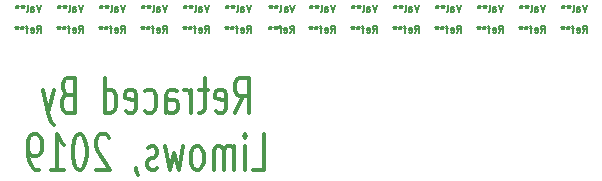
<source format=gbr>
G04 #@! TF.GenerationSoftware,KiCad,Pcbnew,(5.1.4)-1*
G04 #@! TF.CreationDate,2019-11-15T07:05:28+03:00*
G04 #@! TF.ProjectId,ApogeeRom,41706f67-6565-4526-9f6d-2e6b69636164,rev?*
G04 #@! TF.SameCoordinates,Original*
G04 #@! TF.FileFunction,Legend,Bot*
G04 #@! TF.FilePolarity,Positive*
%FSLAX46Y46*%
G04 Gerber Fmt 4.6, Leading zero omitted, Abs format (unit mm)*
G04 Created by KiCad (PCBNEW (5.1.4)-1) date 2019-11-15 07:05:28*
%MOMM*%
%LPD*%
G04 APERTURE LIST*
%ADD10C,0.300000*%
%ADD11C,0.127000*%
G04 APERTURE END LIST*
D10*
X123681190Y-74522142D02*
X124347857Y-73093571D01*
X124824047Y-74522142D02*
X124824047Y-71522142D01*
X124062142Y-71522142D01*
X123871666Y-71665000D01*
X123776428Y-71807857D01*
X123681190Y-72093571D01*
X123681190Y-72522142D01*
X123776428Y-72807857D01*
X123871666Y-72950714D01*
X124062142Y-73093571D01*
X124824047Y-73093571D01*
X122062142Y-74379285D02*
X122252619Y-74522142D01*
X122633571Y-74522142D01*
X122824047Y-74379285D01*
X122919285Y-74093571D01*
X122919285Y-72950714D01*
X122824047Y-72665000D01*
X122633571Y-72522142D01*
X122252619Y-72522142D01*
X122062142Y-72665000D01*
X121966904Y-72950714D01*
X121966904Y-73236428D01*
X122919285Y-73522142D01*
X121395476Y-72522142D02*
X120633571Y-72522142D01*
X121109761Y-71522142D02*
X121109761Y-74093571D01*
X121014523Y-74379285D01*
X120824047Y-74522142D01*
X120633571Y-74522142D01*
X119966904Y-74522142D02*
X119966904Y-72522142D01*
X119966904Y-73093571D02*
X119871666Y-72807857D01*
X119776428Y-72665000D01*
X119585952Y-72522142D01*
X119395476Y-72522142D01*
X117871666Y-74522142D02*
X117871666Y-72950714D01*
X117966904Y-72665000D01*
X118157380Y-72522142D01*
X118538333Y-72522142D01*
X118728809Y-72665000D01*
X117871666Y-74379285D02*
X118062142Y-74522142D01*
X118538333Y-74522142D01*
X118728809Y-74379285D01*
X118824047Y-74093571D01*
X118824047Y-73807857D01*
X118728809Y-73522142D01*
X118538333Y-73379285D01*
X118062142Y-73379285D01*
X117871666Y-73236428D01*
X116062142Y-74379285D02*
X116252619Y-74522142D01*
X116633571Y-74522142D01*
X116824047Y-74379285D01*
X116919285Y-74236428D01*
X117014523Y-73950714D01*
X117014523Y-73093571D01*
X116919285Y-72807857D01*
X116824047Y-72665000D01*
X116633571Y-72522142D01*
X116252619Y-72522142D01*
X116062142Y-72665000D01*
X114443095Y-74379285D02*
X114633571Y-74522142D01*
X115014523Y-74522142D01*
X115205000Y-74379285D01*
X115300238Y-74093571D01*
X115300238Y-72950714D01*
X115205000Y-72665000D01*
X115014523Y-72522142D01*
X114633571Y-72522142D01*
X114443095Y-72665000D01*
X114347857Y-72950714D01*
X114347857Y-73236428D01*
X115300238Y-73522142D01*
X112633571Y-74522142D02*
X112633571Y-71522142D01*
X112633571Y-74379285D02*
X112824047Y-74522142D01*
X113205000Y-74522142D01*
X113395476Y-74379285D01*
X113490714Y-74236428D01*
X113585952Y-73950714D01*
X113585952Y-73093571D01*
X113490714Y-72807857D01*
X113395476Y-72665000D01*
X113205000Y-72522142D01*
X112824047Y-72522142D01*
X112633571Y-72665000D01*
X109490714Y-72950714D02*
X109205000Y-73093571D01*
X109109761Y-73236428D01*
X109014523Y-73522142D01*
X109014523Y-73950714D01*
X109109761Y-74236428D01*
X109205000Y-74379285D01*
X109395476Y-74522142D01*
X110157380Y-74522142D01*
X110157380Y-71522142D01*
X109490714Y-71522142D01*
X109300238Y-71665000D01*
X109205000Y-71807857D01*
X109109761Y-72093571D01*
X109109761Y-72379285D01*
X109205000Y-72665000D01*
X109300238Y-72807857D01*
X109490714Y-72950714D01*
X110157380Y-72950714D01*
X108347857Y-72522142D02*
X107871666Y-74522142D01*
X107395476Y-72522142D02*
X107871666Y-74522142D01*
X108062142Y-75236428D01*
X108157380Y-75379285D01*
X108347857Y-75522142D01*
X125205000Y-79322142D02*
X126157380Y-79322142D01*
X126157380Y-76322142D01*
X124538333Y-79322142D02*
X124538333Y-77322142D01*
X124538333Y-76322142D02*
X124633571Y-76465000D01*
X124538333Y-76607857D01*
X124443095Y-76465000D01*
X124538333Y-76322142D01*
X124538333Y-76607857D01*
X123585952Y-79322142D02*
X123585952Y-77322142D01*
X123585952Y-77607857D02*
X123490714Y-77465000D01*
X123300238Y-77322142D01*
X123014523Y-77322142D01*
X122824047Y-77465000D01*
X122728809Y-77750714D01*
X122728809Y-79322142D01*
X122728809Y-77750714D02*
X122633571Y-77465000D01*
X122443095Y-77322142D01*
X122157380Y-77322142D01*
X121966904Y-77465000D01*
X121871666Y-77750714D01*
X121871666Y-79322142D01*
X120633571Y-79322142D02*
X120824047Y-79179285D01*
X120919285Y-79036428D01*
X121014523Y-78750714D01*
X121014523Y-77893571D01*
X120919285Y-77607857D01*
X120824047Y-77465000D01*
X120633571Y-77322142D01*
X120347857Y-77322142D01*
X120157380Y-77465000D01*
X120062142Y-77607857D01*
X119966904Y-77893571D01*
X119966904Y-78750714D01*
X120062142Y-79036428D01*
X120157380Y-79179285D01*
X120347857Y-79322142D01*
X120633571Y-79322142D01*
X119300238Y-77322142D02*
X118919285Y-79322142D01*
X118538333Y-77893571D01*
X118157380Y-79322142D01*
X117776428Y-77322142D01*
X117109761Y-79179285D02*
X116919285Y-79322142D01*
X116538333Y-79322142D01*
X116347857Y-79179285D01*
X116252619Y-78893571D01*
X116252619Y-78750714D01*
X116347857Y-78465000D01*
X116538333Y-78322142D01*
X116824047Y-78322142D01*
X117014523Y-78179285D01*
X117109761Y-77893571D01*
X117109761Y-77750714D01*
X117014523Y-77465000D01*
X116824047Y-77322142D01*
X116538333Y-77322142D01*
X116347857Y-77465000D01*
X115300238Y-79179285D02*
X115300238Y-79322142D01*
X115395476Y-79607857D01*
X115490714Y-79750714D01*
X113014523Y-76607857D02*
X112919285Y-76465000D01*
X112728809Y-76322142D01*
X112252619Y-76322142D01*
X112062142Y-76465000D01*
X111966904Y-76607857D01*
X111871666Y-76893571D01*
X111871666Y-77179285D01*
X111966904Y-77607857D01*
X113109761Y-79322142D01*
X111871666Y-79322142D01*
X110633571Y-76322142D02*
X110443095Y-76322142D01*
X110252619Y-76465000D01*
X110157380Y-76607857D01*
X110062142Y-76893571D01*
X109966904Y-77465000D01*
X109966904Y-78179285D01*
X110062142Y-78750714D01*
X110157380Y-79036428D01*
X110252619Y-79179285D01*
X110443095Y-79322142D01*
X110633571Y-79322142D01*
X110824047Y-79179285D01*
X110919285Y-79036428D01*
X111014523Y-78750714D01*
X111109761Y-78179285D01*
X111109761Y-77465000D01*
X111014523Y-76893571D01*
X110919285Y-76607857D01*
X110824047Y-76465000D01*
X110633571Y-76322142D01*
X108062142Y-79322142D02*
X109205000Y-79322142D01*
X108633571Y-79322142D02*
X108633571Y-76322142D01*
X108824047Y-76750714D01*
X109014523Y-77036428D01*
X109205000Y-77179285D01*
X107109761Y-79322142D02*
X106728809Y-79322142D01*
X106538333Y-79179285D01*
X106443095Y-79036428D01*
X106252619Y-78607857D01*
X106157380Y-78036428D01*
X106157380Y-76893571D01*
X106252619Y-76607857D01*
X106347857Y-76465000D01*
X106538333Y-76322142D01*
X106919285Y-76322142D01*
X107109761Y-76465000D01*
X107205000Y-76607857D01*
X107300238Y-76893571D01*
X107300238Y-77607857D01*
X107205000Y-77893571D01*
X107109761Y-78036428D01*
X106919285Y-78179285D01*
X106538333Y-78179285D01*
X106347857Y-78036428D01*
X106252619Y-77893571D01*
X106157380Y-77607857D01*
D11*
X106883200Y-67712771D02*
X107086400Y-67422485D01*
X107231542Y-67712771D02*
X107231542Y-67103171D01*
X106999314Y-67103171D01*
X106941257Y-67132200D01*
X106912228Y-67161228D01*
X106883200Y-67219285D01*
X106883200Y-67306371D01*
X106912228Y-67364428D01*
X106941257Y-67393457D01*
X106999314Y-67422485D01*
X107231542Y-67422485D01*
X106389714Y-67683742D02*
X106447771Y-67712771D01*
X106563885Y-67712771D01*
X106621942Y-67683742D01*
X106650971Y-67625685D01*
X106650971Y-67393457D01*
X106621942Y-67335400D01*
X106563885Y-67306371D01*
X106447771Y-67306371D01*
X106389714Y-67335400D01*
X106360685Y-67393457D01*
X106360685Y-67451514D01*
X106650971Y-67509571D01*
X106186514Y-67306371D02*
X105954285Y-67306371D01*
X106099428Y-67712771D02*
X106099428Y-67190257D01*
X106070400Y-67132200D01*
X106012342Y-67103171D01*
X105954285Y-67103171D01*
X105664000Y-67103171D02*
X105664000Y-67248314D01*
X105809142Y-67190257D02*
X105664000Y-67248314D01*
X105518857Y-67190257D01*
X105751085Y-67364428D02*
X105664000Y-67248314D01*
X105576914Y-67364428D01*
X105199542Y-67103171D02*
X105199542Y-67248314D01*
X105344685Y-67190257D02*
X105199542Y-67248314D01*
X105054400Y-67190257D01*
X105286628Y-67364428D02*
X105199542Y-67248314D01*
X105112457Y-67364428D01*
X107275085Y-65325171D02*
X107071885Y-65934771D01*
X106868685Y-65325171D01*
X106404228Y-65934771D02*
X106404228Y-65615457D01*
X106433257Y-65557400D01*
X106491314Y-65528371D01*
X106607428Y-65528371D01*
X106665485Y-65557400D01*
X106404228Y-65905742D02*
X106462285Y-65934771D01*
X106607428Y-65934771D01*
X106665485Y-65905742D01*
X106694514Y-65847685D01*
X106694514Y-65789628D01*
X106665485Y-65731571D01*
X106607428Y-65702542D01*
X106462285Y-65702542D01*
X106404228Y-65673514D01*
X106026857Y-65934771D02*
X106084914Y-65905742D01*
X106113942Y-65847685D01*
X106113942Y-65325171D01*
X105707542Y-65325171D02*
X105707542Y-65470314D01*
X105852685Y-65412257D02*
X105707542Y-65470314D01*
X105562400Y-65412257D01*
X105794628Y-65586428D02*
X105707542Y-65470314D01*
X105620457Y-65586428D01*
X105243085Y-65325171D02*
X105243085Y-65470314D01*
X105388228Y-65412257D02*
X105243085Y-65470314D01*
X105097942Y-65412257D01*
X105330171Y-65586428D02*
X105243085Y-65470314D01*
X105156000Y-65586428D01*
X110439200Y-67712771D02*
X110642400Y-67422485D01*
X110787542Y-67712771D02*
X110787542Y-67103171D01*
X110555314Y-67103171D01*
X110497257Y-67132200D01*
X110468228Y-67161228D01*
X110439200Y-67219285D01*
X110439200Y-67306371D01*
X110468228Y-67364428D01*
X110497257Y-67393457D01*
X110555314Y-67422485D01*
X110787542Y-67422485D01*
X109945714Y-67683742D02*
X110003771Y-67712771D01*
X110119885Y-67712771D01*
X110177942Y-67683742D01*
X110206971Y-67625685D01*
X110206971Y-67393457D01*
X110177942Y-67335400D01*
X110119885Y-67306371D01*
X110003771Y-67306371D01*
X109945714Y-67335400D01*
X109916685Y-67393457D01*
X109916685Y-67451514D01*
X110206971Y-67509571D01*
X109742514Y-67306371D02*
X109510285Y-67306371D01*
X109655428Y-67712771D02*
X109655428Y-67190257D01*
X109626400Y-67132200D01*
X109568342Y-67103171D01*
X109510285Y-67103171D01*
X109220000Y-67103171D02*
X109220000Y-67248314D01*
X109365142Y-67190257D02*
X109220000Y-67248314D01*
X109074857Y-67190257D01*
X109307085Y-67364428D02*
X109220000Y-67248314D01*
X109132914Y-67364428D01*
X108755542Y-67103171D02*
X108755542Y-67248314D01*
X108900685Y-67190257D02*
X108755542Y-67248314D01*
X108610400Y-67190257D01*
X108842628Y-67364428D02*
X108755542Y-67248314D01*
X108668457Y-67364428D01*
X110831085Y-65325171D02*
X110627885Y-65934771D01*
X110424685Y-65325171D01*
X109960228Y-65934771D02*
X109960228Y-65615457D01*
X109989257Y-65557400D01*
X110047314Y-65528371D01*
X110163428Y-65528371D01*
X110221485Y-65557400D01*
X109960228Y-65905742D02*
X110018285Y-65934771D01*
X110163428Y-65934771D01*
X110221485Y-65905742D01*
X110250514Y-65847685D01*
X110250514Y-65789628D01*
X110221485Y-65731571D01*
X110163428Y-65702542D01*
X110018285Y-65702542D01*
X109960228Y-65673514D01*
X109582857Y-65934771D02*
X109640914Y-65905742D01*
X109669942Y-65847685D01*
X109669942Y-65325171D01*
X109263542Y-65325171D02*
X109263542Y-65470314D01*
X109408685Y-65412257D02*
X109263542Y-65470314D01*
X109118400Y-65412257D01*
X109350628Y-65586428D02*
X109263542Y-65470314D01*
X109176457Y-65586428D01*
X108799085Y-65325171D02*
X108799085Y-65470314D01*
X108944228Y-65412257D02*
X108799085Y-65470314D01*
X108653942Y-65412257D01*
X108886171Y-65586428D02*
X108799085Y-65470314D01*
X108712000Y-65586428D01*
X113995200Y-67712771D02*
X114198400Y-67422485D01*
X114343542Y-67712771D02*
X114343542Y-67103171D01*
X114111314Y-67103171D01*
X114053257Y-67132200D01*
X114024228Y-67161228D01*
X113995200Y-67219285D01*
X113995200Y-67306371D01*
X114024228Y-67364428D01*
X114053257Y-67393457D01*
X114111314Y-67422485D01*
X114343542Y-67422485D01*
X113501714Y-67683742D02*
X113559771Y-67712771D01*
X113675885Y-67712771D01*
X113733942Y-67683742D01*
X113762971Y-67625685D01*
X113762971Y-67393457D01*
X113733942Y-67335400D01*
X113675885Y-67306371D01*
X113559771Y-67306371D01*
X113501714Y-67335400D01*
X113472685Y-67393457D01*
X113472685Y-67451514D01*
X113762971Y-67509571D01*
X113298514Y-67306371D02*
X113066285Y-67306371D01*
X113211428Y-67712771D02*
X113211428Y-67190257D01*
X113182400Y-67132200D01*
X113124342Y-67103171D01*
X113066285Y-67103171D01*
X112776000Y-67103171D02*
X112776000Y-67248314D01*
X112921142Y-67190257D02*
X112776000Y-67248314D01*
X112630857Y-67190257D01*
X112863085Y-67364428D02*
X112776000Y-67248314D01*
X112688914Y-67364428D01*
X112311542Y-67103171D02*
X112311542Y-67248314D01*
X112456685Y-67190257D02*
X112311542Y-67248314D01*
X112166400Y-67190257D01*
X112398628Y-67364428D02*
X112311542Y-67248314D01*
X112224457Y-67364428D01*
X114387085Y-65325171D02*
X114183885Y-65934771D01*
X113980685Y-65325171D01*
X113516228Y-65934771D02*
X113516228Y-65615457D01*
X113545257Y-65557400D01*
X113603314Y-65528371D01*
X113719428Y-65528371D01*
X113777485Y-65557400D01*
X113516228Y-65905742D02*
X113574285Y-65934771D01*
X113719428Y-65934771D01*
X113777485Y-65905742D01*
X113806514Y-65847685D01*
X113806514Y-65789628D01*
X113777485Y-65731571D01*
X113719428Y-65702542D01*
X113574285Y-65702542D01*
X113516228Y-65673514D01*
X113138857Y-65934771D02*
X113196914Y-65905742D01*
X113225942Y-65847685D01*
X113225942Y-65325171D01*
X112819542Y-65325171D02*
X112819542Y-65470314D01*
X112964685Y-65412257D02*
X112819542Y-65470314D01*
X112674400Y-65412257D01*
X112906628Y-65586428D02*
X112819542Y-65470314D01*
X112732457Y-65586428D01*
X112355085Y-65325171D02*
X112355085Y-65470314D01*
X112500228Y-65412257D02*
X112355085Y-65470314D01*
X112209942Y-65412257D01*
X112442171Y-65586428D02*
X112355085Y-65470314D01*
X112268000Y-65586428D01*
X117551200Y-67712771D02*
X117754400Y-67422485D01*
X117899542Y-67712771D02*
X117899542Y-67103171D01*
X117667314Y-67103171D01*
X117609257Y-67132200D01*
X117580228Y-67161228D01*
X117551200Y-67219285D01*
X117551200Y-67306371D01*
X117580228Y-67364428D01*
X117609257Y-67393457D01*
X117667314Y-67422485D01*
X117899542Y-67422485D01*
X117057714Y-67683742D02*
X117115771Y-67712771D01*
X117231885Y-67712771D01*
X117289942Y-67683742D01*
X117318971Y-67625685D01*
X117318971Y-67393457D01*
X117289942Y-67335400D01*
X117231885Y-67306371D01*
X117115771Y-67306371D01*
X117057714Y-67335400D01*
X117028685Y-67393457D01*
X117028685Y-67451514D01*
X117318971Y-67509571D01*
X116854514Y-67306371D02*
X116622285Y-67306371D01*
X116767428Y-67712771D02*
X116767428Y-67190257D01*
X116738400Y-67132200D01*
X116680342Y-67103171D01*
X116622285Y-67103171D01*
X116332000Y-67103171D02*
X116332000Y-67248314D01*
X116477142Y-67190257D02*
X116332000Y-67248314D01*
X116186857Y-67190257D01*
X116419085Y-67364428D02*
X116332000Y-67248314D01*
X116244914Y-67364428D01*
X115867542Y-67103171D02*
X115867542Y-67248314D01*
X116012685Y-67190257D02*
X115867542Y-67248314D01*
X115722400Y-67190257D01*
X115954628Y-67364428D02*
X115867542Y-67248314D01*
X115780457Y-67364428D01*
X117943085Y-65325171D02*
X117739885Y-65934771D01*
X117536685Y-65325171D01*
X117072228Y-65934771D02*
X117072228Y-65615457D01*
X117101257Y-65557400D01*
X117159314Y-65528371D01*
X117275428Y-65528371D01*
X117333485Y-65557400D01*
X117072228Y-65905742D02*
X117130285Y-65934771D01*
X117275428Y-65934771D01*
X117333485Y-65905742D01*
X117362514Y-65847685D01*
X117362514Y-65789628D01*
X117333485Y-65731571D01*
X117275428Y-65702542D01*
X117130285Y-65702542D01*
X117072228Y-65673514D01*
X116694857Y-65934771D02*
X116752914Y-65905742D01*
X116781942Y-65847685D01*
X116781942Y-65325171D01*
X116375542Y-65325171D02*
X116375542Y-65470314D01*
X116520685Y-65412257D02*
X116375542Y-65470314D01*
X116230400Y-65412257D01*
X116462628Y-65586428D02*
X116375542Y-65470314D01*
X116288457Y-65586428D01*
X115911085Y-65325171D02*
X115911085Y-65470314D01*
X116056228Y-65412257D02*
X115911085Y-65470314D01*
X115765942Y-65412257D01*
X115998171Y-65586428D02*
X115911085Y-65470314D01*
X115824000Y-65586428D01*
X121107200Y-67712771D02*
X121310400Y-67422485D01*
X121455542Y-67712771D02*
X121455542Y-67103171D01*
X121223314Y-67103171D01*
X121165257Y-67132200D01*
X121136228Y-67161228D01*
X121107200Y-67219285D01*
X121107200Y-67306371D01*
X121136228Y-67364428D01*
X121165257Y-67393457D01*
X121223314Y-67422485D01*
X121455542Y-67422485D01*
X120613714Y-67683742D02*
X120671771Y-67712771D01*
X120787885Y-67712771D01*
X120845942Y-67683742D01*
X120874971Y-67625685D01*
X120874971Y-67393457D01*
X120845942Y-67335400D01*
X120787885Y-67306371D01*
X120671771Y-67306371D01*
X120613714Y-67335400D01*
X120584685Y-67393457D01*
X120584685Y-67451514D01*
X120874971Y-67509571D01*
X120410514Y-67306371D02*
X120178285Y-67306371D01*
X120323428Y-67712771D02*
X120323428Y-67190257D01*
X120294400Y-67132200D01*
X120236342Y-67103171D01*
X120178285Y-67103171D01*
X119888000Y-67103171D02*
X119888000Y-67248314D01*
X120033142Y-67190257D02*
X119888000Y-67248314D01*
X119742857Y-67190257D01*
X119975085Y-67364428D02*
X119888000Y-67248314D01*
X119800914Y-67364428D01*
X119423542Y-67103171D02*
X119423542Y-67248314D01*
X119568685Y-67190257D02*
X119423542Y-67248314D01*
X119278400Y-67190257D01*
X119510628Y-67364428D02*
X119423542Y-67248314D01*
X119336457Y-67364428D01*
X121499085Y-65325171D02*
X121295885Y-65934771D01*
X121092685Y-65325171D01*
X120628228Y-65934771D02*
X120628228Y-65615457D01*
X120657257Y-65557400D01*
X120715314Y-65528371D01*
X120831428Y-65528371D01*
X120889485Y-65557400D01*
X120628228Y-65905742D02*
X120686285Y-65934771D01*
X120831428Y-65934771D01*
X120889485Y-65905742D01*
X120918514Y-65847685D01*
X120918514Y-65789628D01*
X120889485Y-65731571D01*
X120831428Y-65702542D01*
X120686285Y-65702542D01*
X120628228Y-65673514D01*
X120250857Y-65934771D02*
X120308914Y-65905742D01*
X120337942Y-65847685D01*
X120337942Y-65325171D01*
X119931542Y-65325171D02*
X119931542Y-65470314D01*
X120076685Y-65412257D02*
X119931542Y-65470314D01*
X119786400Y-65412257D01*
X120018628Y-65586428D02*
X119931542Y-65470314D01*
X119844457Y-65586428D01*
X119467085Y-65325171D02*
X119467085Y-65470314D01*
X119612228Y-65412257D02*
X119467085Y-65470314D01*
X119321942Y-65412257D01*
X119554171Y-65586428D02*
X119467085Y-65470314D01*
X119380000Y-65586428D01*
X124663200Y-67712771D02*
X124866400Y-67422485D01*
X125011542Y-67712771D02*
X125011542Y-67103171D01*
X124779314Y-67103171D01*
X124721257Y-67132200D01*
X124692228Y-67161228D01*
X124663200Y-67219285D01*
X124663200Y-67306371D01*
X124692228Y-67364428D01*
X124721257Y-67393457D01*
X124779314Y-67422485D01*
X125011542Y-67422485D01*
X124169714Y-67683742D02*
X124227771Y-67712771D01*
X124343885Y-67712771D01*
X124401942Y-67683742D01*
X124430971Y-67625685D01*
X124430971Y-67393457D01*
X124401942Y-67335400D01*
X124343885Y-67306371D01*
X124227771Y-67306371D01*
X124169714Y-67335400D01*
X124140685Y-67393457D01*
X124140685Y-67451514D01*
X124430971Y-67509571D01*
X123966514Y-67306371D02*
X123734285Y-67306371D01*
X123879428Y-67712771D02*
X123879428Y-67190257D01*
X123850400Y-67132200D01*
X123792342Y-67103171D01*
X123734285Y-67103171D01*
X123444000Y-67103171D02*
X123444000Y-67248314D01*
X123589142Y-67190257D02*
X123444000Y-67248314D01*
X123298857Y-67190257D01*
X123531085Y-67364428D02*
X123444000Y-67248314D01*
X123356914Y-67364428D01*
X122979542Y-67103171D02*
X122979542Y-67248314D01*
X123124685Y-67190257D02*
X122979542Y-67248314D01*
X122834400Y-67190257D01*
X123066628Y-67364428D02*
X122979542Y-67248314D01*
X122892457Y-67364428D01*
X125055085Y-65325171D02*
X124851885Y-65934771D01*
X124648685Y-65325171D01*
X124184228Y-65934771D02*
X124184228Y-65615457D01*
X124213257Y-65557400D01*
X124271314Y-65528371D01*
X124387428Y-65528371D01*
X124445485Y-65557400D01*
X124184228Y-65905742D02*
X124242285Y-65934771D01*
X124387428Y-65934771D01*
X124445485Y-65905742D01*
X124474514Y-65847685D01*
X124474514Y-65789628D01*
X124445485Y-65731571D01*
X124387428Y-65702542D01*
X124242285Y-65702542D01*
X124184228Y-65673514D01*
X123806857Y-65934771D02*
X123864914Y-65905742D01*
X123893942Y-65847685D01*
X123893942Y-65325171D01*
X123487542Y-65325171D02*
X123487542Y-65470314D01*
X123632685Y-65412257D02*
X123487542Y-65470314D01*
X123342400Y-65412257D01*
X123574628Y-65586428D02*
X123487542Y-65470314D01*
X123400457Y-65586428D01*
X123023085Y-65325171D02*
X123023085Y-65470314D01*
X123168228Y-65412257D02*
X123023085Y-65470314D01*
X122877942Y-65412257D01*
X123110171Y-65586428D02*
X123023085Y-65470314D01*
X122936000Y-65586428D01*
X128346200Y-67712771D02*
X128549400Y-67422485D01*
X128694542Y-67712771D02*
X128694542Y-67103171D01*
X128462314Y-67103171D01*
X128404257Y-67132200D01*
X128375228Y-67161228D01*
X128346200Y-67219285D01*
X128346200Y-67306371D01*
X128375228Y-67364428D01*
X128404257Y-67393457D01*
X128462314Y-67422485D01*
X128694542Y-67422485D01*
X127852714Y-67683742D02*
X127910771Y-67712771D01*
X128026885Y-67712771D01*
X128084942Y-67683742D01*
X128113971Y-67625685D01*
X128113971Y-67393457D01*
X128084942Y-67335400D01*
X128026885Y-67306371D01*
X127910771Y-67306371D01*
X127852714Y-67335400D01*
X127823685Y-67393457D01*
X127823685Y-67451514D01*
X128113971Y-67509571D01*
X127649514Y-67306371D02*
X127417285Y-67306371D01*
X127562428Y-67712771D02*
X127562428Y-67190257D01*
X127533400Y-67132200D01*
X127475342Y-67103171D01*
X127417285Y-67103171D01*
X127127000Y-67103171D02*
X127127000Y-67248314D01*
X127272142Y-67190257D02*
X127127000Y-67248314D01*
X126981857Y-67190257D01*
X127214085Y-67364428D02*
X127127000Y-67248314D01*
X127039914Y-67364428D01*
X126662542Y-67103171D02*
X126662542Y-67248314D01*
X126807685Y-67190257D02*
X126662542Y-67248314D01*
X126517400Y-67190257D01*
X126749628Y-67364428D02*
X126662542Y-67248314D01*
X126575457Y-67364428D01*
X128738085Y-65325171D02*
X128534885Y-65934771D01*
X128331685Y-65325171D01*
X127867228Y-65934771D02*
X127867228Y-65615457D01*
X127896257Y-65557400D01*
X127954314Y-65528371D01*
X128070428Y-65528371D01*
X128128485Y-65557400D01*
X127867228Y-65905742D02*
X127925285Y-65934771D01*
X128070428Y-65934771D01*
X128128485Y-65905742D01*
X128157514Y-65847685D01*
X128157514Y-65789628D01*
X128128485Y-65731571D01*
X128070428Y-65702542D01*
X127925285Y-65702542D01*
X127867228Y-65673514D01*
X127489857Y-65934771D02*
X127547914Y-65905742D01*
X127576942Y-65847685D01*
X127576942Y-65325171D01*
X127170542Y-65325171D02*
X127170542Y-65470314D01*
X127315685Y-65412257D02*
X127170542Y-65470314D01*
X127025400Y-65412257D01*
X127257628Y-65586428D02*
X127170542Y-65470314D01*
X127083457Y-65586428D01*
X126706085Y-65325171D02*
X126706085Y-65470314D01*
X126851228Y-65412257D02*
X126706085Y-65470314D01*
X126560942Y-65412257D01*
X126793171Y-65586428D02*
X126706085Y-65470314D01*
X126619000Y-65586428D01*
X131775200Y-67712771D02*
X131978400Y-67422485D01*
X132123542Y-67712771D02*
X132123542Y-67103171D01*
X131891314Y-67103171D01*
X131833257Y-67132200D01*
X131804228Y-67161228D01*
X131775200Y-67219285D01*
X131775200Y-67306371D01*
X131804228Y-67364428D01*
X131833257Y-67393457D01*
X131891314Y-67422485D01*
X132123542Y-67422485D01*
X131281714Y-67683742D02*
X131339771Y-67712771D01*
X131455885Y-67712771D01*
X131513942Y-67683742D01*
X131542971Y-67625685D01*
X131542971Y-67393457D01*
X131513942Y-67335400D01*
X131455885Y-67306371D01*
X131339771Y-67306371D01*
X131281714Y-67335400D01*
X131252685Y-67393457D01*
X131252685Y-67451514D01*
X131542971Y-67509571D01*
X131078514Y-67306371D02*
X130846285Y-67306371D01*
X130991428Y-67712771D02*
X130991428Y-67190257D01*
X130962400Y-67132200D01*
X130904342Y-67103171D01*
X130846285Y-67103171D01*
X130556000Y-67103171D02*
X130556000Y-67248314D01*
X130701142Y-67190257D02*
X130556000Y-67248314D01*
X130410857Y-67190257D01*
X130643085Y-67364428D02*
X130556000Y-67248314D01*
X130468914Y-67364428D01*
X130091542Y-67103171D02*
X130091542Y-67248314D01*
X130236685Y-67190257D02*
X130091542Y-67248314D01*
X129946400Y-67190257D01*
X130178628Y-67364428D02*
X130091542Y-67248314D01*
X130004457Y-67364428D01*
X132167085Y-65325171D02*
X131963885Y-65934771D01*
X131760685Y-65325171D01*
X131296228Y-65934771D02*
X131296228Y-65615457D01*
X131325257Y-65557400D01*
X131383314Y-65528371D01*
X131499428Y-65528371D01*
X131557485Y-65557400D01*
X131296228Y-65905742D02*
X131354285Y-65934771D01*
X131499428Y-65934771D01*
X131557485Y-65905742D01*
X131586514Y-65847685D01*
X131586514Y-65789628D01*
X131557485Y-65731571D01*
X131499428Y-65702542D01*
X131354285Y-65702542D01*
X131296228Y-65673514D01*
X130918857Y-65934771D02*
X130976914Y-65905742D01*
X131005942Y-65847685D01*
X131005942Y-65325171D01*
X130599542Y-65325171D02*
X130599542Y-65470314D01*
X130744685Y-65412257D02*
X130599542Y-65470314D01*
X130454400Y-65412257D01*
X130686628Y-65586428D02*
X130599542Y-65470314D01*
X130512457Y-65586428D01*
X130135085Y-65325171D02*
X130135085Y-65470314D01*
X130280228Y-65412257D02*
X130135085Y-65470314D01*
X129989942Y-65412257D01*
X130222171Y-65586428D02*
X130135085Y-65470314D01*
X130048000Y-65586428D01*
X135331200Y-67712771D02*
X135534400Y-67422485D01*
X135679542Y-67712771D02*
X135679542Y-67103171D01*
X135447314Y-67103171D01*
X135389257Y-67132200D01*
X135360228Y-67161228D01*
X135331200Y-67219285D01*
X135331200Y-67306371D01*
X135360228Y-67364428D01*
X135389257Y-67393457D01*
X135447314Y-67422485D01*
X135679542Y-67422485D01*
X134837714Y-67683742D02*
X134895771Y-67712771D01*
X135011885Y-67712771D01*
X135069942Y-67683742D01*
X135098971Y-67625685D01*
X135098971Y-67393457D01*
X135069942Y-67335400D01*
X135011885Y-67306371D01*
X134895771Y-67306371D01*
X134837714Y-67335400D01*
X134808685Y-67393457D01*
X134808685Y-67451514D01*
X135098971Y-67509571D01*
X134634514Y-67306371D02*
X134402285Y-67306371D01*
X134547428Y-67712771D02*
X134547428Y-67190257D01*
X134518400Y-67132200D01*
X134460342Y-67103171D01*
X134402285Y-67103171D01*
X134112000Y-67103171D02*
X134112000Y-67248314D01*
X134257142Y-67190257D02*
X134112000Y-67248314D01*
X133966857Y-67190257D01*
X134199085Y-67364428D02*
X134112000Y-67248314D01*
X134024914Y-67364428D01*
X133647542Y-67103171D02*
X133647542Y-67248314D01*
X133792685Y-67190257D02*
X133647542Y-67248314D01*
X133502400Y-67190257D01*
X133734628Y-67364428D02*
X133647542Y-67248314D01*
X133560457Y-67364428D01*
X135723085Y-65325171D02*
X135519885Y-65934771D01*
X135316685Y-65325171D01*
X134852228Y-65934771D02*
X134852228Y-65615457D01*
X134881257Y-65557400D01*
X134939314Y-65528371D01*
X135055428Y-65528371D01*
X135113485Y-65557400D01*
X134852228Y-65905742D02*
X134910285Y-65934771D01*
X135055428Y-65934771D01*
X135113485Y-65905742D01*
X135142514Y-65847685D01*
X135142514Y-65789628D01*
X135113485Y-65731571D01*
X135055428Y-65702542D01*
X134910285Y-65702542D01*
X134852228Y-65673514D01*
X134474857Y-65934771D02*
X134532914Y-65905742D01*
X134561942Y-65847685D01*
X134561942Y-65325171D01*
X134155542Y-65325171D02*
X134155542Y-65470314D01*
X134300685Y-65412257D02*
X134155542Y-65470314D01*
X134010400Y-65412257D01*
X134242628Y-65586428D02*
X134155542Y-65470314D01*
X134068457Y-65586428D01*
X133691085Y-65325171D02*
X133691085Y-65470314D01*
X133836228Y-65412257D02*
X133691085Y-65470314D01*
X133545942Y-65412257D01*
X133778171Y-65586428D02*
X133691085Y-65470314D01*
X133604000Y-65586428D01*
X138887200Y-67712771D02*
X139090400Y-67422485D01*
X139235542Y-67712771D02*
X139235542Y-67103171D01*
X139003314Y-67103171D01*
X138945257Y-67132200D01*
X138916228Y-67161228D01*
X138887200Y-67219285D01*
X138887200Y-67306371D01*
X138916228Y-67364428D01*
X138945257Y-67393457D01*
X139003314Y-67422485D01*
X139235542Y-67422485D01*
X138393714Y-67683742D02*
X138451771Y-67712771D01*
X138567885Y-67712771D01*
X138625942Y-67683742D01*
X138654971Y-67625685D01*
X138654971Y-67393457D01*
X138625942Y-67335400D01*
X138567885Y-67306371D01*
X138451771Y-67306371D01*
X138393714Y-67335400D01*
X138364685Y-67393457D01*
X138364685Y-67451514D01*
X138654971Y-67509571D01*
X138190514Y-67306371D02*
X137958285Y-67306371D01*
X138103428Y-67712771D02*
X138103428Y-67190257D01*
X138074400Y-67132200D01*
X138016342Y-67103171D01*
X137958285Y-67103171D01*
X137668000Y-67103171D02*
X137668000Y-67248314D01*
X137813142Y-67190257D02*
X137668000Y-67248314D01*
X137522857Y-67190257D01*
X137755085Y-67364428D02*
X137668000Y-67248314D01*
X137580914Y-67364428D01*
X137203542Y-67103171D02*
X137203542Y-67248314D01*
X137348685Y-67190257D02*
X137203542Y-67248314D01*
X137058400Y-67190257D01*
X137290628Y-67364428D02*
X137203542Y-67248314D01*
X137116457Y-67364428D01*
X139279085Y-65325171D02*
X139075885Y-65934771D01*
X138872685Y-65325171D01*
X138408228Y-65934771D02*
X138408228Y-65615457D01*
X138437257Y-65557400D01*
X138495314Y-65528371D01*
X138611428Y-65528371D01*
X138669485Y-65557400D01*
X138408228Y-65905742D02*
X138466285Y-65934771D01*
X138611428Y-65934771D01*
X138669485Y-65905742D01*
X138698514Y-65847685D01*
X138698514Y-65789628D01*
X138669485Y-65731571D01*
X138611428Y-65702542D01*
X138466285Y-65702542D01*
X138408228Y-65673514D01*
X138030857Y-65934771D02*
X138088914Y-65905742D01*
X138117942Y-65847685D01*
X138117942Y-65325171D01*
X137711542Y-65325171D02*
X137711542Y-65470314D01*
X137856685Y-65412257D02*
X137711542Y-65470314D01*
X137566400Y-65412257D01*
X137798628Y-65586428D02*
X137711542Y-65470314D01*
X137624457Y-65586428D01*
X137247085Y-65325171D02*
X137247085Y-65470314D01*
X137392228Y-65412257D02*
X137247085Y-65470314D01*
X137101942Y-65412257D01*
X137334171Y-65586428D02*
X137247085Y-65470314D01*
X137160000Y-65586428D01*
X142443200Y-67712771D02*
X142646400Y-67422485D01*
X142791542Y-67712771D02*
X142791542Y-67103171D01*
X142559314Y-67103171D01*
X142501257Y-67132200D01*
X142472228Y-67161228D01*
X142443200Y-67219285D01*
X142443200Y-67306371D01*
X142472228Y-67364428D01*
X142501257Y-67393457D01*
X142559314Y-67422485D01*
X142791542Y-67422485D01*
X141949714Y-67683742D02*
X142007771Y-67712771D01*
X142123885Y-67712771D01*
X142181942Y-67683742D01*
X142210971Y-67625685D01*
X142210971Y-67393457D01*
X142181942Y-67335400D01*
X142123885Y-67306371D01*
X142007771Y-67306371D01*
X141949714Y-67335400D01*
X141920685Y-67393457D01*
X141920685Y-67451514D01*
X142210971Y-67509571D01*
X141746514Y-67306371D02*
X141514285Y-67306371D01*
X141659428Y-67712771D02*
X141659428Y-67190257D01*
X141630400Y-67132200D01*
X141572342Y-67103171D01*
X141514285Y-67103171D01*
X141224000Y-67103171D02*
X141224000Y-67248314D01*
X141369142Y-67190257D02*
X141224000Y-67248314D01*
X141078857Y-67190257D01*
X141311085Y-67364428D02*
X141224000Y-67248314D01*
X141136914Y-67364428D01*
X140759542Y-67103171D02*
X140759542Y-67248314D01*
X140904685Y-67190257D02*
X140759542Y-67248314D01*
X140614400Y-67190257D01*
X140846628Y-67364428D02*
X140759542Y-67248314D01*
X140672457Y-67364428D01*
X142835085Y-65325171D02*
X142631885Y-65934771D01*
X142428685Y-65325171D01*
X141964228Y-65934771D02*
X141964228Y-65615457D01*
X141993257Y-65557400D01*
X142051314Y-65528371D01*
X142167428Y-65528371D01*
X142225485Y-65557400D01*
X141964228Y-65905742D02*
X142022285Y-65934771D01*
X142167428Y-65934771D01*
X142225485Y-65905742D01*
X142254514Y-65847685D01*
X142254514Y-65789628D01*
X142225485Y-65731571D01*
X142167428Y-65702542D01*
X142022285Y-65702542D01*
X141964228Y-65673514D01*
X141586857Y-65934771D02*
X141644914Y-65905742D01*
X141673942Y-65847685D01*
X141673942Y-65325171D01*
X141267542Y-65325171D02*
X141267542Y-65470314D01*
X141412685Y-65412257D02*
X141267542Y-65470314D01*
X141122400Y-65412257D01*
X141354628Y-65586428D02*
X141267542Y-65470314D01*
X141180457Y-65586428D01*
X140803085Y-65325171D02*
X140803085Y-65470314D01*
X140948228Y-65412257D02*
X140803085Y-65470314D01*
X140657942Y-65412257D01*
X140890171Y-65586428D02*
X140803085Y-65470314D01*
X140716000Y-65586428D01*
X145999200Y-67712771D02*
X146202400Y-67422485D01*
X146347542Y-67712771D02*
X146347542Y-67103171D01*
X146115314Y-67103171D01*
X146057257Y-67132200D01*
X146028228Y-67161228D01*
X145999200Y-67219285D01*
X145999200Y-67306371D01*
X146028228Y-67364428D01*
X146057257Y-67393457D01*
X146115314Y-67422485D01*
X146347542Y-67422485D01*
X145505714Y-67683742D02*
X145563771Y-67712771D01*
X145679885Y-67712771D01*
X145737942Y-67683742D01*
X145766971Y-67625685D01*
X145766971Y-67393457D01*
X145737942Y-67335400D01*
X145679885Y-67306371D01*
X145563771Y-67306371D01*
X145505714Y-67335400D01*
X145476685Y-67393457D01*
X145476685Y-67451514D01*
X145766971Y-67509571D01*
X145302514Y-67306371D02*
X145070285Y-67306371D01*
X145215428Y-67712771D02*
X145215428Y-67190257D01*
X145186400Y-67132200D01*
X145128342Y-67103171D01*
X145070285Y-67103171D01*
X144780000Y-67103171D02*
X144780000Y-67248314D01*
X144925142Y-67190257D02*
X144780000Y-67248314D01*
X144634857Y-67190257D01*
X144867085Y-67364428D02*
X144780000Y-67248314D01*
X144692914Y-67364428D01*
X144315542Y-67103171D02*
X144315542Y-67248314D01*
X144460685Y-67190257D02*
X144315542Y-67248314D01*
X144170400Y-67190257D01*
X144402628Y-67364428D02*
X144315542Y-67248314D01*
X144228457Y-67364428D01*
X146391085Y-65325171D02*
X146187885Y-65934771D01*
X145984685Y-65325171D01*
X145520228Y-65934771D02*
X145520228Y-65615457D01*
X145549257Y-65557400D01*
X145607314Y-65528371D01*
X145723428Y-65528371D01*
X145781485Y-65557400D01*
X145520228Y-65905742D02*
X145578285Y-65934771D01*
X145723428Y-65934771D01*
X145781485Y-65905742D01*
X145810514Y-65847685D01*
X145810514Y-65789628D01*
X145781485Y-65731571D01*
X145723428Y-65702542D01*
X145578285Y-65702542D01*
X145520228Y-65673514D01*
X145142857Y-65934771D02*
X145200914Y-65905742D01*
X145229942Y-65847685D01*
X145229942Y-65325171D01*
X144823542Y-65325171D02*
X144823542Y-65470314D01*
X144968685Y-65412257D02*
X144823542Y-65470314D01*
X144678400Y-65412257D01*
X144910628Y-65586428D02*
X144823542Y-65470314D01*
X144736457Y-65586428D01*
X144359085Y-65325171D02*
X144359085Y-65470314D01*
X144504228Y-65412257D02*
X144359085Y-65470314D01*
X144213942Y-65412257D01*
X144446171Y-65586428D02*
X144359085Y-65470314D01*
X144272000Y-65586428D01*
X149555200Y-67712771D02*
X149758400Y-67422485D01*
X149903542Y-67712771D02*
X149903542Y-67103171D01*
X149671314Y-67103171D01*
X149613257Y-67132200D01*
X149584228Y-67161228D01*
X149555200Y-67219285D01*
X149555200Y-67306371D01*
X149584228Y-67364428D01*
X149613257Y-67393457D01*
X149671314Y-67422485D01*
X149903542Y-67422485D01*
X149061714Y-67683742D02*
X149119771Y-67712771D01*
X149235885Y-67712771D01*
X149293942Y-67683742D01*
X149322971Y-67625685D01*
X149322971Y-67393457D01*
X149293942Y-67335400D01*
X149235885Y-67306371D01*
X149119771Y-67306371D01*
X149061714Y-67335400D01*
X149032685Y-67393457D01*
X149032685Y-67451514D01*
X149322971Y-67509571D01*
X148858514Y-67306371D02*
X148626285Y-67306371D01*
X148771428Y-67712771D02*
X148771428Y-67190257D01*
X148742400Y-67132200D01*
X148684342Y-67103171D01*
X148626285Y-67103171D01*
X148336000Y-67103171D02*
X148336000Y-67248314D01*
X148481142Y-67190257D02*
X148336000Y-67248314D01*
X148190857Y-67190257D01*
X148423085Y-67364428D02*
X148336000Y-67248314D01*
X148248914Y-67364428D01*
X147871542Y-67103171D02*
X147871542Y-67248314D01*
X148016685Y-67190257D02*
X147871542Y-67248314D01*
X147726400Y-67190257D01*
X147958628Y-67364428D02*
X147871542Y-67248314D01*
X147784457Y-67364428D01*
X149947085Y-65325171D02*
X149743885Y-65934771D01*
X149540685Y-65325171D01*
X149076228Y-65934771D02*
X149076228Y-65615457D01*
X149105257Y-65557400D01*
X149163314Y-65528371D01*
X149279428Y-65528371D01*
X149337485Y-65557400D01*
X149076228Y-65905742D02*
X149134285Y-65934771D01*
X149279428Y-65934771D01*
X149337485Y-65905742D01*
X149366514Y-65847685D01*
X149366514Y-65789628D01*
X149337485Y-65731571D01*
X149279428Y-65702542D01*
X149134285Y-65702542D01*
X149076228Y-65673514D01*
X148698857Y-65934771D02*
X148756914Y-65905742D01*
X148785942Y-65847685D01*
X148785942Y-65325171D01*
X148379542Y-65325171D02*
X148379542Y-65470314D01*
X148524685Y-65412257D02*
X148379542Y-65470314D01*
X148234400Y-65412257D01*
X148466628Y-65586428D02*
X148379542Y-65470314D01*
X148292457Y-65586428D01*
X147915085Y-65325171D02*
X147915085Y-65470314D01*
X148060228Y-65412257D02*
X147915085Y-65470314D01*
X147769942Y-65412257D01*
X148002171Y-65586428D02*
X147915085Y-65470314D01*
X147828000Y-65586428D01*
X153111200Y-67712771D02*
X153314400Y-67422485D01*
X153459542Y-67712771D02*
X153459542Y-67103171D01*
X153227314Y-67103171D01*
X153169257Y-67132200D01*
X153140228Y-67161228D01*
X153111200Y-67219285D01*
X153111200Y-67306371D01*
X153140228Y-67364428D01*
X153169257Y-67393457D01*
X153227314Y-67422485D01*
X153459542Y-67422485D01*
X152617714Y-67683742D02*
X152675771Y-67712771D01*
X152791885Y-67712771D01*
X152849942Y-67683742D01*
X152878971Y-67625685D01*
X152878971Y-67393457D01*
X152849942Y-67335400D01*
X152791885Y-67306371D01*
X152675771Y-67306371D01*
X152617714Y-67335400D01*
X152588685Y-67393457D01*
X152588685Y-67451514D01*
X152878971Y-67509571D01*
X152414514Y-67306371D02*
X152182285Y-67306371D01*
X152327428Y-67712771D02*
X152327428Y-67190257D01*
X152298400Y-67132200D01*
X152240342Y-67103171D01*
X152182285Y-67103171D01*
X151892000Y-67103171D02*
X151892000Y-67248314D01*
X152037142Y-67190257D02*
X151892000Y-67248314D01*
X151746857Y-67190257D01*
X151979085Y-67364428D02*
X151892000Y-67248314D01*
X151804914Y-67364428D01*
X151427542Y-67103171D02*
X151427542Y-67248314D01*
X151572685Y-67190257D02*
X151427542Y-67248314D01*
X151282400Y-67190257D01*
X151514628Y-67364428D02*
X151427542Y-67248314D01*
X151340457Y-67364428D01*
X153503085Y-65325171D02*
X153299885Y-65934771D01*
X153096685Y-65325171D01*
X152632228Y-65934771D02*
X152632228Y-65615457D01*
X152661257Y-65557400D01*
X152719314Y-65528371D01*
X152835428Y-65528371D01*
X152893485Y-65557400D01*
X152632228Y-65905742D02*
X152690285Y-65934771D01*
X152835428Y-65934771D01*
X152893485Y-65905742D01*
X152922514Y-65847685D01*
X152922514Y-65789628D01*
X152893485Y-65731571D01*
X152835428Y-65702542D01*
X152690285Y-65702542D01*
X152632228Y-65673514D01*
X152254857Y-65934771D02*
X152312914Y-65905742D01*
X152341942Y-65847685D01*
X152341942Y-65325171D01*
X151935542Y-65325171D02*
X151935542Y-65470314D01*
X152080685Y-65412257D02*
X151935542Y-65470314D01*
X151790400Y-65412257D01*
X152022628Y-65586428D02*
X151935542Y-65470314D01*
X151848457Y-65586428D01*
X151471085Y-65325171D02*
X151471085Y-65470314D01*
X151616228Y-65412257D02*
X151471085Y-65470314D01*
X151325942Y-65412257D01*
X151558171Y-65586428D02*
X151471085Y-65470314D01*
X151384000Y-65586428D01*
M02*

</source>
